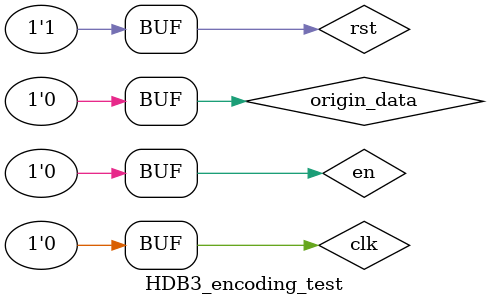
<source format=v>
`timescale 1ns/1ns
module HDB3_encoding_test;

	reg clk;
	reg rst;
	reg origin_data;
	reg en;
	
	wire[2:0] encoding_data;
	wire encoding_data_instruction;
	
	HDB3_encoding HDB3_encoding_object
	(
		.clk(clk),
		.rst(rst),
		.origin_data(origin_data),
		.en(en),
		
		.encoding_data(encoding_data),
		.encoding_data_instruction(encoding_data_instruction)
	);
	
	initial
	begin
		clk = 1'b0;
		#1;
		repeat(80)
		begin
			clk = 1'b1;
			#1;
			clk = 1'b0;
			#1;
		end
	end
	
	initial
	begin
		rst = 1'b1;
		en  = 1'b0;
		#2;
		rst = 1'b0;
		#6;
		rst = 1'b1;
		en  = 1'b1;
		origin_data = 1'b1;
		#2;
		origin_data = 1'b0;
		#2;
		origin_data = 1'b0;
		#2;
		origin_data = 1'b0;
		#2;
		origin_data = 1'b0;
		#2;
		origin_data = 1'b1;
		#2;
		origin_data = 1'b0;
		#2;
		origin_data = 1'b0;
		#2;
		origin_data = 1'b1;
		#2;
		origin_data = 1'b0;
		#2;
		origin_data = 1'b0;
		#2;
		origin_data = 1'b0;
		#2;
		origin_data = 1'b0;
		#2;
		origin_data = 1'b1;
		#2;
		origin_data = 1'b0;
		#2;
		origin_data = 1'b0;
		#2;
		origin_data = 1'b0;
		#2;
		origin_data = 1'b0;
		#2;
		en  = 1'b0;		
	end
	
	initial
	begin
		$monitor($time,"origin_data = %d,encoding_data = %b,encoding_data_instruction = %b",
		origin_data,encoding_data,encoding_data_instruction);
	end

endmodule
</source>
